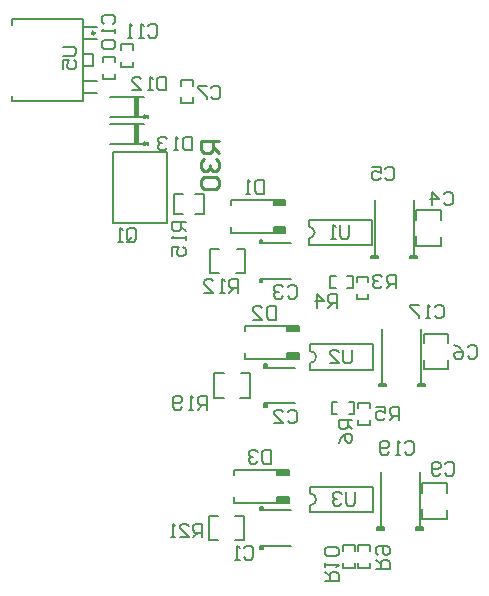
<source format=gbo>
G04 Layer_Color=32896*
%FSAX24Y24*%
%MOIN*%
G70*
G01*
G75*
%ADD24C,0.0100*%
%ADD56C,0.0060*%
%ADD57C,0.0098*%
%ADD59C,0.0050*%
%ADD60C,0.0079*%
%ADD61C,0.0080*%
%ADD101R,0.0394X0.0197*%
D24*
X018100Y025550D02*
X017500D01*
Y025250D01*
X017600Y025150D01*
X017800D01*
X017900Y025250D01*
Y025550D01*
Y025350D02*
X018100Y025150D01*
X017600Y024950D02*
X017500Y024850D01*
Y024650D01*
X017600Y024550D01*
X017700D01*
X017800Y024650D01*
Y024750D01*
Y024650D01*
X017900Y024550D01*
X018000D01*
X018100Y024650D01*
Y024850D01*
X018000Y024950D01*
X017600Y024350D02*
X017500Y024250D01*
Y024050D01*
X017600Y023951D01*
X018000D01*
X018100Y024050D01*
Y024250D01*
X018000Y024350D01*
X017600D01*
D56*
X022753Y016650D02*
Y016827D01*
X023147D01*
Y016650D02*
Y016827D01*
Y016079D02*
Y016256D01*
X022753Y016079D02*
X023147D01*
X022753D02*
Y016256D01*
X022447Y016847D02*
X022624D01*
Y016453D02*
Y016847D01*
X022447Y016453D02*
X022624D01*
X021876D02*
X022053D01*
X021876D02*
Y016847D01*
X022053D01*
X015247Y028023D02*
Y028200D01*
X014853Y028023D02*
X015247D01*
X014853D02*
Y028200D01*
Y028594D02*
Y028771D01*
X015247D01*
Y028594D02*
Y028771D01*
X024687Y022059D02*
X025513D01*
X024687Y023241D02*
X025513D01*
X024687Y022059D02*
Y022374D01*
X025513Y022059D02*
Y022355D01*
Y022926D02*
Y023241D01*
X024687Y022926D02*
Y023241D01*
X022703Y020844D02*
Y021021D01*
X023097D01*
Y020844D02*
Y021021D01*
Y020273D02*
Y020450D01*
X022703Y020273D02*
X023097D01*
X022703D02*
Y020450D01*
X018996Y021137D02*
Y021963D01*
X017815Y021137D02*
Y021963D01*
X018681Y021137D02*
X018996D01*
X018701Y021963D02*
X018996D01*
X017815D02*
X018130D01*
X017815Y021137D02*
X018130D01*
X022394Y021047D02*
X022571D01*
Y020653D02*
Y021047D01*
X022394Y020653D02*
X022571D01*
X021823D02*
X022000D01*
X021823D02*
Y021047D01*
X022000D01*
X024937Y017954D02*
X025763D01*
X024937Y019135D02*
X025763D01*
X024937Y017954D02*
Y018269D01*
X025763Y017954D02*
Y018249D01*
Y018820D02*
Y019135D01*
X024937Y018820D02*
Y019135D01*
X022753Y011897D02*
Y012074D01*
X023147D01*
Y011897D02*
Y012074D01*
Y011326D02*
Y011503D01*
X022753Y011326D02*
X023147D01*
X022753D02*
Y011503D01*
X022253Y011897D02*
Y012074D01*
X022647D01*
Y011897D02*
Y012074D01*
Y011326D02*
Y011503D01*
X022253Y011326D02*
X022647D01*
X022253D02*
Y011503D01*
X018946Y012237D02*
Y013063D01*
X017765Y012237D02*
Y013063D01*
X018631Y012237D02*
X018946D01*
X018651Y013063D02*
X018946D01*
X017765D02*
X018080D01*
X017765Y012237D02*
X018080D01*
X024887Y012965D02*
X025713D01*
X024887Y014146D02*
X025713D01*
X024887Y012965D02*
Y013280D01*
X025713Y012965D02*
Y013260D01*
Y013831D02*
Y014146D01*
X024887Y013831D02*
Y014146D01*
X016853Y027400D02*
Y027577D01*
X017247D01*
Y027400D02*
Y027577D01*
Y026829D02*
Y027006D01*
X016853Y026829D02*
X017247D01*
X016853D02*
Y027006D01*
X019135Y016987D02*
Y017813D01*
X017954Y016987D02*
Y017813D01*
X018820Y016987D02*
X019135D01*
X018840Y017813D02*
X019135D01*
X017954D02*
X018269D01*
X017954Y016987D02*
X018269D01*
X014260Y028187D02*
Y028364D01*
X014654D01*
Y028187D02*
Y028364D01*
Y027616D02*
Y027793D01*
X014260Y027616D02*
X014654D01*
X014260D02*
Y027793D01*
X017303Y023115D02*
X017598D01*
Y023785D01*
X017303D02*
X017598D01*
X016614D02*
X016909D01*
X016614Y023115D02*
Y023785D01*
Y023115D02*
X016909D01*
D57*
X013974Y029150D02*
G03*
X013974Y029150I-000049J000000D01*
G01*
D59*
X015739Y026306D02*
Y026424D01*
X015621Y026306D02*
Y026424D01*
Y026306D02*
X015739Y026365D01*
X015621Y026424D02*
X015739Y026365D01*
X015621D02*
X015739D01*
X015365D02*
Y027035D01*
X014480Y026365D02*
X015621D01*
X014479Y027035D02*
X015621D01*
X015326Y026365D02*
Y027035D01*
X015404Y026365D02*
Y027035D01*
X015739Y025406D02*
Y025524D01*
X015621Y025406D02*
Y025524D01*
Y025406D02*
X015739Y025465D01*
X015621Y025524D02*
X015739Y025465D01*
X015621D02*
X015739D01*
X015365D02*
Y026135D01*
X014480Y025465D02*
X015621D01*
X014479Y026135D02*
X015621D01*
X015326Y025465D02*
Y026135D01*
X015404Y025465D02*
Y026135D01*
X011228Y029431D02*
Y029628D01*
Y026872D02*
Y027069D01*
X013591Y026872D02*
Y029628D01*
Y027541D02*
X014063D01*
X013591Y027148D02*
Y027541D01*
Y027148D02*
X014063D01*
X013591Y028447D02*
X013906D01*
X013591Y028053D02*
Y028447D01*
Y028053D02*
X013906D01*
Y028447D01*
X013591Y028959D02*
X014063D01*
X013591D02*
Y029352D01*
X014063D01*
X011228Y026872D02*
X013591D01*
X011228Y029628D02*
X013591D01*
X024481Y021689D02*
X024600D01*
X024481Y021729D02*
X024600D01*
X024481Y021650D02*
Y021729D01*
X024600Y021689D02*
X024718D01*
X024600Y021729D02*
X024718D01*
Y021650D02*
Y021729D01*
X023300Y021689D02*
X023419D01*
X023300Y021729D02*
X023419D01*
Y021650D02*
Y021729D01*
X023182Y021689D02*
X023300D01*
X023182Y021729D02*
X023300D01*
X023182Y021650D02*
Y021729D01*
X024600Y021650D02*
Y023579D01*
X024481Y021650D02*
X024718D01*
X023182D02*
X023419D01*
X023300D02*
Y023579D01*
X019935Y023404D02*
Y023601D01*
Y022499D02*
Y022691D01*
Y023404D02*
X020329D01*
X019935Y022696D02*
X020329D01*
Y023404D02*
Y023601D01*
X018518Y023404D02*
Y023601D01*
X020329Y022499D02*
Y022696D01*
X018518Y022499D02*
Y022696D01*
Y023601D02*
X020329D01*
X018518Y022499D02*
X020329D01*
X020389Y019204D02*
Y019401D01*
Y018299D02*
Y018491D01*
Y019204D02*
X020782D01*
X020389Y018496D02*
X020782D01*
Y019204D02*
Y019401D01*
X018971Y019204D02*
Y019401D01*
X020782Y018299D02*
Y018496D01*
X018971Y018299D02*
Y018496D01*
Y019401D02*
X020782D01*
X018971Y018299D02*
X020782D01*
X024732Y017410D02*
X024850D01*
X024732Y017450D02*
X024850D01*
X024732Y017371D02*
Y017450D01*
X024850Y017410D02*
X024968D01*
X024850Y017450D02*
X024968D01*
Y017371D02*
Y017450D01*
X023550Y017410D02*
X023668D01*
X023550Y017450D02*
X023668D01*
Y017371D02*
Y017450D01*
X023432Y017410D02*
X023550D01*
X023432Y017450D02*
X023550D01*
X023432Y017371D02*
Y017450D01*
X024850Y017371D02*
Y019300D01*
X024732Y017371D02*
X024968D01*
X023432D02*
X023668D01*
X023550D02*
Y019300D01*
X019489Y013241D02*
X020512D01*
X019489D02*
Y013359D01*
Y011941D02*
Y012059D01*
X020512D01*
X019528Y011941D02*
Y012059D01*
X019567Y011941D02*
Y012059D01*
X019489Y011941D02*
X019567D01*
X019489Y013359D02*
X019567D01*
Y013241D02*
Y013359D01*
X019528Y013241D02*
Y013359D01*
X024681Y012639D02*
X024800D01*
X024681Y012679D02*
X024800D01*
X024681Y012600D02*
Y012679D01*
X024800Y012639D02*
X024918D01*
X024800Y012679D02*
X024918D01*
Y012600D02*
Y012679D01*
X023500Y012639D02*
X023619D01*
X023500Y012679D02*
X023619D01*
Y012600D02*
Y012679D01*
X023382Y012639D02*
X023500D01*
X023382Y012679D02*
X023500D01*
X023382Y012600D02*
Y012679D01*
X024800Y012600D02*
Y014529D01*
X024681Y012600D02*
X024918D01*
X023382D02*
X023619D01*
X023500D02*
Y014529D01*
X019670Y017991D02*
Y018109D01*
X019709Y017991D02*
Y018109D01*
X019630D02*
X019709D01*
X019630Y016691D02*
X019709D01*
Y016809D01*
X019670Y016691D02*
Y016809D01*
X019630D02*
X020654D01*
X019630Y016691D02*
Y016809D01*
Y017991D02*
Y018109D01*
Y017991D02*
X020654D01*
X019520Y022141D02*
Y022259D01*
X019559Y022141D02*
Y022259D01*
X019480D02*
X019559D01*
X019480Y020841D02*
X019559D01*
Y020959D01*
X019520Y020841D02*
Y020959D01*
X019480D02*
X020504D01*
X019480Y020841D02*
Y020959D01*
Y022141D02*
Y022259D01*
Y022141D02*
X020504D01*
X020039Y014404D02*
Y014601D01*
Y013499D02*
Y013691D01*
Y014404D02*
X020432D01*
X020039Y013696D02*
X020432D01*
Y014404D02*
Y014601D01*
X018621Y014404D02*
Y014601D01*
X020432Y013499D02*
Y013696D01*
X018621Y013499D02*
Y013696D01*
Y014601D02*
X020432D01*
X018621Y013499D02*
X020432D01*
D60*
X014585Y022819D02*
X016396D01*
X014585D02*
Y025181D01*
X016396D01*
Y022819D02*
Y025181D01*
D61*
X021150Y013405D02*
G03*
X021150Y013805I000000J000200D01*
G01*
Y018155D02*
G03*
X021150Y018555I000000J000200D01*
G01*
X021100Y022305D02*
G03*
X021100Y022705I000000J000200D01*
G01*
X023250Y013175D02*
Y014025D01*
X021150Y013175D02*
Y013405D01*
Y013805D02*
Y014025D01*
X023250D01*
X021150Y013175D02*
X023250D01*
Y017925D02*
Y018775D01*
X021150Y017925D02*
Y018155D01*
Y018555D02*
Y018775D01*
X023250D01*
X021150Y017925D02*
X023250D01*
X023200Y022075D02*
Y022925D01*
X021100Y022075D02*
Y022305D01*
Y022705D02*
Y022925D01*
X023200D01*
X021100Y022075D02*
X023200D01*
X017200Y025700D02*
Y025250D01*
X016975D01*
X016900Y025325D01*
Y025625D01*
X016975Y025700D01*
X017200D01*
X016750Y025250D02*
X016600D01*
X016675D01*
Y025700D01*
X016750Y025625D01*
X016375D02*
X016300Y025700D01*
X016150D01*
X016075Y025625D01*
Y025550D01*
X016150Y025475D01*
X016225D01*
X016150D01*
X016075Y025400D01*
Y025325D01*
X016150Y025250D01*
X016300D01*
X016375Y025325D01*
X016350Y027700D02*
Y027250D01*
X016125D01*
X016050Y027325D01*
Y027625D01*
X016125Y027700D01*
X016350D01*
X015900Y027250D02*
X015750D01*
X015825D01*
Y027700D01*
X015900Y027625D01*
X015225Y027250D02*
X015525D01*
X015225Y027550D01*
Y027625D01*
X015300Y027700D01*
X015450D01*
X015525Y027625D01*
X015050Y022275D02*
Y022575D01*
X015125Y022650D01*
X015275D01*
X015350Y022575D01*
Y022275D01*
X015275Y022200D01*
X015125D01*
X015200Y022350D02*
X015050Y022200D01*
X015125D02*
X015050Y022275D01*
X014900Y022200D02*
X014750D01*
X014825D01*
Y022650D01*
X014900Y022575D01*
X025650Y014775D02*
X025725Y014850D01*
X025875D01*
X025950Y014775D01*
Y014475D01*
X025875Y014400D01*
X025725D01*
X025650Y014475D01*
X025500D02*
X025425Y014400D01*
X025275D01*
X025200Y014475D01*
Y014775D01*
X025275Y014850D01*
X025425D01*
X025500Y014775D01*
Y014700D01*
X025425Y014625D01*
X025200D01*
X021650Y010900D02*
X022100D01*
Y011125D01*
X022025Y011200D01*
X021875D01*
X021800Y011125D01*
Y010900D01*
Y011050D02*
X021650Y011200D01*
Y011350D02*
Y011500D01*
Y011425D01*
X022100D01*
X022025Y011350D01*
Y011725D02*
X022100Y011800D01*
Y011950D01*
X022025Y012025D01*
X021725D01*
X021650Y011950D01*
Y011800D01*
X021725Y011725D01*
X022025D01*
X023350Y011300D02*
X023800D01*
Y011525D01*
X023725Y011600D01*
X023575D01*
X023500Y011525D01*
Y011300D01*
Y011450D02*
X023350Y011600D01*
X023425Y011750D02*
X023350Y011825D01*
Y011975D01*
X023425Y012050D01*
X023725D01*
X023800Y011975D01*
Y011825D01*
X023725Y011750D01*
X023650D01*
X023575Y011825D01*
Y012050D01*
X022550Y016250D02*
X022100D01*
Y016025D01*
X022175Y015950D01*
X022325D01*
X022400Y016025D01*
Y016250D01*
Y016100D02*
X022550Y015950D01*
X022100Y015500D02*
X022175Y015650D01*
X022325Y015800D01*
X022475D01*
X022550Y015725D01*
Y015575D01*
X022475Y015500D01*
X022400D01*
X022325Y015575D01*
Y015800D01*
X024100Y016250D02*
Y016700D01*
X023875D01*
X023800Y016625D01*
Y016475D01*
X023875Y016400D01*
X024100D01*
X023950D02*
X023800Y016250D01*
X023350Y016700D02*
X023650D01*
Y016475D01*
X023500Y016550D01*
X023425D01*
X023350Y016475D01*
Y016325D01*
X023425Y016250D01*
X023575D01*
X023650Y016325D01*
X022050Y020000D02*
Y020450D01*
X021825D01*
X021750Y020375D01*
Y020225D01*
X021825Y020150D01*
X022050D01*
X021900D02*
X021750Y020000D01*
X021375D02*
Y020450D01*
X021600Y020225D01*
X021300D01*
X024000Y020650D02*
Y021100D01*
X023775D01*
X023700Y021025D01*
Y020875D01*
X023775Y020800D01*
X024000D01*
X023850D02*
X023700Y020650D01*
X023550Y021025D02*
X023475Y021100D01*
X023325D01*
X023250Y021025D01*
Y020950D01*
X023325Y020875D01*
X023400D01*
X023325D01*
X023250Y020800D01*
Y020725D01*
X023325Y020650D01*
X023475D01*
X023550Y020725D01*
X017850Y027328D02*
X017925Y027403D01*
X018075D01*
X018150Y027328D01*
Y027028D01*
X018075Y026953D01*
X017925D01*
X017850Y027028D01*
X017700Y027403D02*
X017400D01*
Y027328D01*
X017700Y027028D01*
Y026953D01*
X017550Y012350D02*
Y012800D01*
X017325D01*
X017250Y012725D01*
Y012575D01*
X017325Y012500D01*
X017550D01*
X017400D02*
X017250Y012350D01*
X016800D02*
X017100D01*
X016800Y012650D01*
Y012725D01*
X016875Y012800D01*
X017025D01*
X017100Y012725D01*
X016650Y012350D02*
X016500D01*
X016575D01*
Y012800D01*
X016650Y012725D01*
X017700Y016600D02*
Y017050D01*
X017475D01*
X017400Y016975D01*
Y016825D01*
X017475Y016750D01*
X017700D01*
X017550D02*
X017400Y016600D01*
X017250D02*
X017100D01*
X017175D01*
Y017050D01*
X017250Y016975D01*
X016875Y016675D02*
X016800Y016600D01*
X016650D01*
X016575Y016675D01*
Y016975D01*
X016650Y017050D01*
X016800D01*
X016875Y016975D01*
Y016900D01*
X016800Y016825D01*
X016575D01*
X018750Y020500D02*
Y020950D01*
X018525D01*
X018450Y020875D01*
Y020725D01*
X018525Y020650D01*
X018750D01*
X018600D02*
X018450Y020500D01*
X018300D02*
X018150D01*
X018225D01*
Y020950D01*
X018300Y020875D01*
X017625Y020500D02*
X017925D01*
X017625Y020800D01*
Y020875D01*
X017700Y020950D01*
X017850D01*
X017925Y020875D01*
X024300Y015475D02*
X024375Y015550D01*
X024525D01*
X024600Y015475D01*
Y015175D01*
X024525Y015100D01*
X024375D01*
X024300Y015175D01*
X024150Y015100D02*
X024000D01*
X024075D01*
Y015550D01*
X024150Y015475D01*
X023775Y015175D02*
X023700Y015100D01*
X023550D01*
X023475Y015175D01*
Y015475D01*
X023550Y015550D01*
X023700D01*
X023775Y015475D01*
Y015400D01*
X023700Y015325D01*
X023475D01*
X025300Y020025D02*
X025375Y020100D01*
X025525D01*
X025600Y020025D01*
Y019725D01*
X025525Y019650D01*
X025375D01*
X025300Y019725D01*
X025150Y019650D02*
X025000D01*
X025075D01*
Y020100D01*
X025150Y020025D01*
X024775Y020100D02*
X024475D01*
Y020025D01*
X024775Y019725D01*
Y019650D01*
X018950Y011975D02*
X019025Y012050D01*
X019175D01*
X019250Y011975D01*
Y011675D01*
X019175Y011600D01*
X019025D01*
X018950Y011675D01*
X018800Y011600D02*
X018650D01*
X018725D01*
Y012050D01*
X018800Y011975D01*
X020400Y016525D02*
X020475Y016600D01*
X020625D01*
X020700Y016525D01*
Y016225D01*
X020625Y016150D01*
X020475D01*
X020400Y016225D01*
X019950Y016150D02*
X020250D01*
X019950Y016450D01*
Y016525D01*
X020025Y016600D01*
X020175D01*
X020250Y016525D01*
X020400Y020675D02*
X020475Y020750D01*
X020625D01*
X020700Y020675D01*
Y020375D01*
X020625Y020300D01*
X020475D01*
X020400Y020375D01*
X020250Y020675D02*
X020175Y020750D01*
X020025D01*
X019950Y020675D01*
Y020600D01*
X020025Y020525D01*
X020100D01*
X020025D01*
X019950Y020450D01*
Y020375D01*
X020025Y020300D01*
X020175D01*
X020250Y020375D01*
X025600Y023780D02*
X025675Y023855D01*
X025825D01*
X025900Y023780D01*
Y023480D01*
X025825Y023406D01*
X025675D01*
X025600Y023480D01*
X025225Y023406D02*
Y023855D01*
X025450Y023630D01*
X025150D01*
X023650Y024625D02*
X023725Y024700D01*
X023875D01*
X023950Y024625D01*
Y024325D01*
X023875Y024250D01*
X023725D01*
X023650Y024325D01*
X023200Y024700D02*
X023500D01*
Y024475D01*
X023350Y024550D01*
X023275D01*
X023200Y024475D01*
Y024325D01*
X023275Y024250D01*
X023425D01*
X023500Y024325D01*
X026400Y018675D02*
X026475Y018750D01*
X026625D01*
X026700Y018675D01*
Y018375D01*
X026625Y018300D01*
X026475D01*
X026400Y018375D01*
X025950Y018750D02*
X026100Y018675D01*
X026250Y018525D01*
Y018375D01*
X026175Y018300D01*
X026025D01*
X025950Y018375D01*
Y018450D01*
X026025Y018525D01*
X026250D01*
X014275Y029450D02*
X014200Y029525D01*
Y029675D01*
X014275Y029750D01*
X014575D01*
X014650Y029675D01*
Y029525D01*
X014575Y029450D01*
X014650Y029300D02*
Y029150D01*
Y029225D01*
X014200D01*
X014275Y029300D01*
Y028925D02*
X014200Y028850D01*
Y028700D01*
X014275Y028625D01*
X014575D01*
X014650Y028700D01*
Y028850D01*
X014575Y028925D01*
X014275D01*
X015750Y029375D02*
X015825Y029450D01*
X015975D01*
X016050Y029375D01*
Y029075D01*
X015975Y029000D01*
X015825D01*
X015750Y029075D01*
X015600Y029000D02*
X015450D01*
X015525D01*
Y029450D01*
X015600Y029375D01*
X015225Y029000D02*
X015075D01*
X015150D01*
Y029450D01*
X015225Y029375D01*
X019600Y024250D02*
Y023800D01*
X019375D01*
X019300Y023875D01*
Y024175D01*
X019375Y024250D01*
X019600D01*
X019150Y023800D02*
X019000D01*
X019075D01*
Y024250D01*
X019150Y024175D01*
X020000Y020050D02*
Y019600D01*
X019775D01*
X019700Y019675D01*
Y019975D01*
X019775Y020050D01*
X020000D01*
X019250Y019600D02*
X019550D01*
X019250Y019900D01*
Y019975D01*
X019325Y020050D01*
X019475D01*
X019550Y019975D01*
X019850Y015250D02*
Y014800D01*
X019625D01*
X019550Y014875D01*
Y015175D01*
X019625Y015250D01*
X019850D01*
X019400Y015175D02*
X019325Y015250D01*
X019175D01*
X019100Y015175D01*
Y015100D01*
X019175Y015025D01*
X019250D01*
X019175D01*
X019100Y014950D01*
Y014875D01*
X019175Y014800D01*
X019325D01*
X019400Y014875D01*
X022450Y022750D02*
Y022375D01*
X022375Y022300D01*
X022225D01*
X022150Y022375D01*
Y022750D01*
X022000Y022300D02*
X021850D01*
X021925D01*
Y022750D01*
X022000Y022675D01*
X022550Y018600D02*
Y018225D01*
X022475Y018150D01*
X022325D01*
X022250Y018225D01*
Y018600D01*
X021800Y018150D02*
X022100D01*
X021800Y018450D01*
Y018525D01*
X021875Y018600D01*
X022025D01*
X022100Y018525D01*
X022650Y013850D02*
Y013475D01*
X022575Y013400D01*
X022425D01*
X022350Y013475D01*
Y013850D01*
X022200Y013775D02*
X022125Y013850D01*
X021975D01*
X021900Y013775D01*
Y013700D01*
X021975Y013625D01*
X022050D01*
X021975D01*
X021900Y013550D01*
Y013475D01*
X021975Y013400D01*
X022125D01*
X022200Y013475D01*
X012900Y028700D02*
X013275D01*
X013350Y028625D01*
Y028475D01*
X013275Y028400D01*
X012900D01*
Y027950D02*
Y028250D01*
X013125D01*
X013050Y028100D01*
Y028025D01*
X013125Y027950D01*
X013275D01*
X013350Y028025D01*
Y028175D01*
X013275Y028250D01*
X017000Y022850D02*
X016550D01*
Y022625D01*
X016625Y022550D01*
X016775D01*
X016850Y022625D01*
Y022850D01*
Y022700D02*
X017000Y022550D01*
Y022400D02*
Y022250D01*
Y022325D01*
X016550D01*
X016625Y022400D01*
X016550Y021725D02*
Y022025D01*
X016775D01*
X016700Y021875D01*
Y021800D01*
X016775Y021725D01*
X016925D01*
X017000Y021800D01*
Y021950D01*
X016925Y022025D01*
D101*
X020132Y023503D02*
D03*
X020132Y022597D02*
D03*
X020585Y019303D02*
D03*
X020585Y018397D02*
D03*
X020235Y014503D02*
D03*
X020235Y013597D02*
D03*
M02*

</source>
